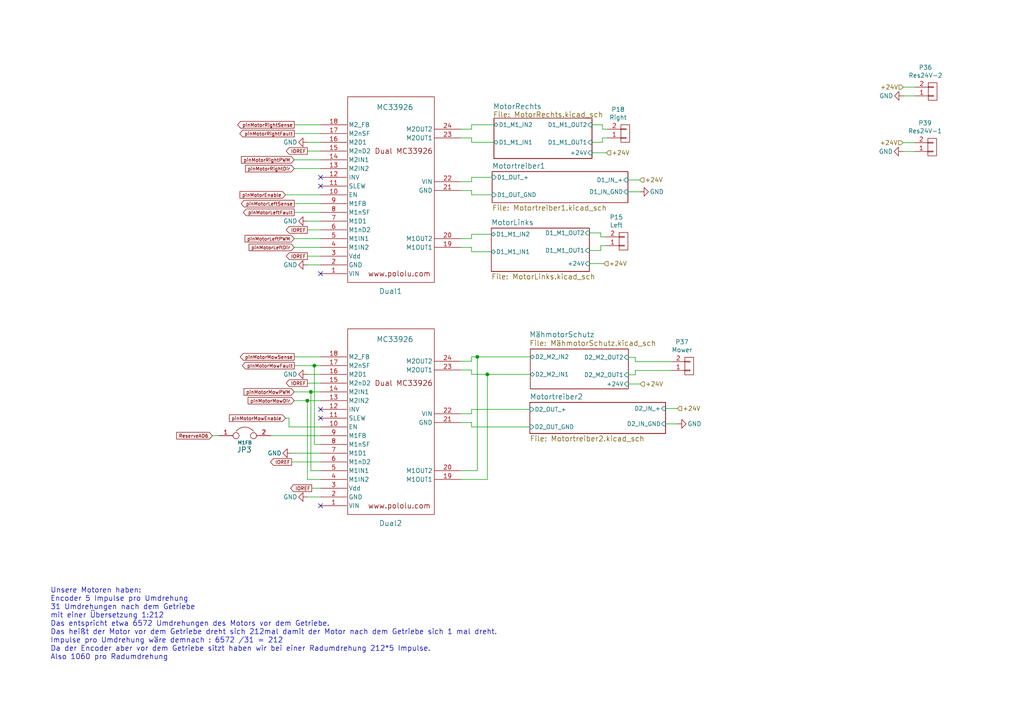
<source format=kicad_sch>
(kicad_sch (version 20210406) (generator eeschema)
  (paper "A4")
  (title_block (title "Ardumower shield SVN Version") (date "2021-01-18") (rev "1.4") (company "ML AG JL BS UZ") (comment 1 "Schaltplan und Layout UweZ"))
  (lib_symbols
    (symbol "ardumower-mega-shield-svn-rescue:CONN_01X02-RESCUE-ardumower_mega_shield_svn" (pin_names hide)
      (property "Reference" "J" (at 0 3.81 0))
      (property "Value" "CONN_01X02-RESCUE-ardumower_mega_shield_svn" (at 2.54 0 90))
      (symbol "CONN_01X02-RESCUE-ardumower_mega_shield_svn_0_1"
        (rectangle (start -1.27 -1.143) (end 0.254 -1.397))
        (rectangle (start -1.27 1.397) (end 0.254 1.143))
        (rectangle (start -1.27 2.54) (end 1.27 -2.54))
      )
      (symbol "CONN_01X02-RESCUE-ardumower_mega_shield_svn_1_1"
        (pin passive line (at -5.08 1.27 0) (length 3.81) (name "P1") (number "1"))
        (pin passive line (at -5.08 -1.27 0) (length 3.81) (name "P2") (number "2"))
      )
    )
    (symbol "ardumower-mega-shield-svn-rescue:GND-RESCUE-ardumower_mega_shield_svn" (power) (pin_names (offset 0))
      (property "Value" "GND-RESCUE-ardumower_mega_shield_svn" (at 0 -3.81 0))
      (symbol "GND-RESCUE-ardumower_mega_shield_svn_0_1"
        (polyline (pts (xy 0 0) (xy 0 -1.27) (xy 1.27 -1.27) (xy 0 -2.54) (xy -1.27 -1.27) (xy 0 -1.27)))
      )
      (symbol "GND-RESCUE-ardumower_mega_shield_svn_1_1"
        (pin power_in line (at 0 0 270) (length 0) hide (name "GND") (number "1"))
      )
    )
    (symbol "ardumower-mega-shield-svn-rescue:Jumper-RESCUE-ardumower_mega_shield_svn" (pin_names (offset 0.762) hide)
      (property "Reference" "JP" (at 0 3.81 0))
      (property "Value" "Jumper-RESCUE-ardumower_mega_shield_svn" (at 0 -2.032 0))
      (symbol "Jumper-RESCUE-ardumower_mega_shield_svn_0_1"
        (arc (start -2.4892 1.27) (end 2.5146 1.27) (radius (at 0 -0.6604) (length 3.175) (angles 142.6 37.3)))
        (circle (center -2.54 0) (radius 0.889))
        (circle (center 2.54 0) (radius 0.889))
        (pin passive line (at -7.62 0 0) (length 4.191) (name "1") (number "1"))
        (pin passive line (at 7.62 0 180) (length 4.191) (name "2") (number "2"))
      )
    )
    (symbol "ardumower-mega-shield-svn-rescue:MC33926-RESCUE-ardumower_mega_shield_svn"
      (property "Reference" "U" (at -1.27 -24.13 0))
      (property "Value" "MC33926-RESCUE-ardumower_mega_shield_svn" (at -0.762 27.94 0))
      (symbol "MC33926-RESCUE-ardumower_mega_shield_svn_0_0"
        (text "Dual MC33926" (at 2.54 16.51 0) (effects (font (size 1.524 1.524))))
        (text "www.pololu.com" (at 1.27 -19.05 0) (effects (font (size 1.524 1.524))))
      )
      (symbol "MC33926-RESCUE-ardumower_mega_shield_svn_0_1"
        (rectangle (start -13.716 32.258) (end 11.43 -21.59))
      )
      (symbol "MC33926-RESCUE-ardumower_mega_shield_svn_1_1"
        (pin input line (at -21.59 -19.05 0) (length 7.62) (name "VIN") (number "1"))
        (pin input line (at -21.59 3.81 0) (length 7.62) (name "EN") (number "10"))
        (pin input line (at -21.59 6.35 0) (length 7.62) (name "SLEW") (number "11"))
        (pin input line (at -21.59 8.89 0) (length 7.62) (name "INV") (number "12"))
        (pin input line (at -21.59 11.43 0) (length 7.62) (name "M2IN2") (number "13"))
        (pin input line (at -21.59 13.97 0) (length 7.62) (name "M2IN1") (number "14"))
        (pin input line (at -21.59 16.51 0) (length 7.62) (name "M2nD2") (number "15"))
        (pin input line (at -21.59 19.05 0) (length 7.62) (name "M2D1") (number "16"))
        (pin input line (at -21.59 21.59 0) (length 7.62) (name "M2nSF") (number "17"))
        (pin input line (at -21.59 24.13 0) (length 7.62) (name "M2_FB") (number "18"))
        (pin input line (at 19.05 -11.43 180) (length 7.62) (name "M1OUT1") (number "19"))
        (pin input line (at -21.59 -16.51 0) (length 7.62) (name "GND") (number "2"))
        (pin input line (at 19.05 -8.89 180) (length 7.62) (name "M1OUT2") (number "20"))
        (pin input line (at 19.05 5.08 180) (length 7.62) (name "GND") (number "21"))
        (pin input line (at 19.05 7.62 180) (length 7.62) (name "VIN") (number "22"))
        (pin input line (at 19.05 20.32 180) (length 7.62) (name "M2OUT1") (number "23"))
        (pin input line (at 19.05 22.86 180) (length 7.62) (name "M2OUT2") (number "24"))
        (pin input line (at -21.59 -13.97 0) (length 7.62) (name "Vdd") (number "3"))
        (pin input line (at -21.59 -11.43 0) (length 7.62) (name "M1IN2") (number "4"))
        (pin input line (at -21.59 -8.89 0) (length 7.62) (name "M1IN1") (number "5"))
        (pin input line (at -21.59 -6.35 0) (length 7.62) (name "M1nD2") (number "6"))
        (pin input line (at -21.59 -3.81 0) (length 7.62) (name "M1D1") (number "7"))
        (pin input line (at -21.59 -1.27 0) (length 7.62) (name "M1nSF") (number "8"))
        (pin input line (at -21.59 1.27 0) (length 7.62) (name "M1FB") (number "9"))
      )
    )
  )
  (junction (at 89.154 116.205) (diameter 0.9144))
  (junction (at 90.17 113.665) (diameter 0.9144))
  (junction (at 91.186 106.045) (diameter 0.9144))
  (junction (at 138.43 103.505) (diameter 0.9144))
  (junction (at 141.351 108.585) (diameter 0.9144))
  (no_connect (at 92.964 51.435))
  (no_connect (at 92.964 53.975))
  (no_connect (at 92.964 79.375))
  (no_connect (at 92.964 118.745))
  (no_connect (at 92.964 121.285))
  (no_connect (at 92.964 146.685))
  (wire (pts (xy 63.373 126.365) (xy 61.595 126.365)))
  (wire (pts (xy 78.613 126.365) (xy 92.964 126.365)))
  (wire (pts (xy 82.804 56.515) (xy 92.964 56.515)))
  (wire (pts (xy 83.82 121.285) (xy 82.804 121.285)))
  (wire (pts (xy 83.82 123.825) (xy 83.82 121.285)))
  (wire (pts (xy 83.82 123.825) (xy 92.964 123.825)))
  (wire (pts (xy 84.582 131.445) (xy 92.964 131.445)))
  (wire (pts (xy 85.344 36.195) (xy 92.964 36.195)))
  (wire (pts (xy 85.344 38.735) (xy 92.964 38.735)))
  (wire (pts (xy 85.344 46.355) (xy 92.964 46.355)))
  (wire (pts (xy 85.344 48.895) (xy 92.964 48.895)))
  (wire (pts (xy 85.344 59.055) (xy 92.964 59.055)))
  (wire (pts (xy 85.344 61.595) (xy 92.964 61.595)))
  (wire (pts (xy 85.344 69.215) (xy 92.964 69.215)))
  (wire (pts (xy 85.344 71.755) (xy 92.964 71.755)))
  (wire (pts (xy 85.344 103.505) (xy 92.964 103.505)))
  (wire (pts (xy 85.344 106.045) (xy 91.186 106.045)))
  (wire (pts (xy 85.344 113.665) (xy 90.17 113.665)))
  (wire (pts (xy 85.344 116.205) (xy 89.154 116.205)))
  (wire (pts (xy 89.154 41.275) (xy 92.964 41.275)))
  (wire (pts (xy 89.154 43.815) (xy 92.964 43.815)))
  (wire (pts (xy 89.154 74.295) (xy 92.964 74.295)))
  (wire (pts (xy 89.154 76.835) (xy 92.964 76.835)))
  (wire (pts (xy 89.154 108.585) (xy 92.964 108.585)))
  (wire (pts (xy 89.154 116.205) (xy 89.154 139.065)))
  (wire (pts (xy 89.154 116.205) (xy 92.964 116.205)))
  (wire (pts (xy 89.154 139.065) (xy 92.964 139.065)))
  (wire (pts (xy 89.154 144.145) (xy 92.964 144.145)))
  (wire (pts (xy 90.17 113.665) (xy 92.964 113.665)))
  (wire (pts (xy 90.17 136.525) (xy 90.17 113.665)))
  (wire (pts (xy 91.186 106.045) (xy 92.964 106.045)))
  (wire (pts (xy 91.186 128.905) (xy 91.186 106.045)))
  (wire (pts (xy 92.964 64.135) (xy 89.154 64.135)))
  (wire (pts (xy 92.964 66.675) (xy 89.154 66.675)))
  (wire (pts (xy 92.964 111.125) (xy 89.154 111.125)))
  (wire (pts (xy 92.964 128.905) (xy 91.186 128.905)))
  (wire (pts (xy 92.964 133.985) (xy 84.582 133.985)))
  (wire (pts (xy 92.964 136.525) (xy 90.17 136.525)))
  (wire (pts (xy 92.964 141.605) (xy 90.424 141.605)))
  (wire (pts (xy 133.604 136.525) (xy 138.43 136.525)))
  (wire (pts (xy 133.604 139.065) (xy 141.351 139.065)))
  (wire (pts (xy 136.779 36.195) (xy 136.779 37.465)))
  (wire (pts (xy 136.779 36.195) (xy 143.256 36.195)))
  (wire (pts (xy 136.779 37.465) (xy 133.604 37.465)))
  (wire (pts (xy 136.779 40.005) (xy 133.604 40.005)))
  (wire (pts (xy 136.779 41.275) (xy 136.779 40.005)))
  (wire (pts (xy 136.779 41.275) (xy 143.256 41.275)))
  (wire (pts (xy 136.779 51.435) (xy 142.748 51.435)))
  (wire (pts (xy 136.779 52.705) (xy 133.604 52.705)))
  (wire (pts (xy 136.779 52.705) (xy 136.779 51.435)))
  (wire (pts (xy 136.779 55.245) (xy 133.604 55.245)))
  (wire (pts (xy 136.779 55.245) (xy 136.779 56.515)))
  (wire (pts (xy 136.779 56.515) (xy 142.748 56.515)))
  (wire (pts (xy 136.779 67.945) (xy 136.779 69.215)))
  (wire (pts (xy 136.779 67.945) (xy 142.494 67.945)))
  (wire (pts (xy 136.779 69.215) (xy 133.604 69.215)))
  (wire (pts (xy 136.779 71.755) (xy 133.604 71.755)))
  (wire (pts (xy 136.779 73.025) (xy 136.779 71.755)))
  (wire (pts (xy 136.779 73.025) (xy 142.494 73.025)))
  (wire (pts (xy 136.779 103.505) (xy 136.779 104.775)))
  (wire (pts (xy 136.779 103.505) (xy 138.43 103.505)))
  (wire (pts (xy 136.779 104.775) (xy 133.604 104.775)))
  (wire (pts (xy 136.779 107.315) (xy 133.604 107.315)))
  (wire (pts (xy 136.779 108.585) (xy 136.779 107.315)))
  (wire (pts (xy 136.779 108.585) (xy 141.351 108.585)))
  (wire (pts (xy 136.779 118.745) (xy 153.67 118.745)))
  (wire (pts (xy 136.779 120.015) (xy 133.604 120.015)))
  (wire (pts (xy 136.779 120.015) (xy 136.779 118.745)))
  (wire (pts (xy 136.779 122.555) (xy 133.604 122.555)))
  (wire (pts (xy 136.779 122.555) (xy 136.779 123.825)))
  (wire (pts (xy 136.779 123.825) (xy 153.67 123.825)))
  (wire (pts (xy 138.43 103.505) (xy 153.797 103.505)))
  (wire (pts (xy 138.43 136.525) (xy 138.43 103.505)))
  (wire (pts (xy 141.351 108.585) (xy 153.797 108.585)))
  (wire (pts (xy 141.351 139.065) (xy 141.351 108.585)))
  (wire (pts (xy 174.244 67.564) (xy 170.942 67.564)))
  (wire (pts (xy 174.244 67.564) (xy 174.244 68.707)))
  (wire (pts (xy 174.244 68.707) (xy 175.768 68.707)))
  (wire (pts (xy 174.244 71.247) (xy 175.768 71.247)))
  (wire (pts (xy 174.244 72.644) (xy 170.942 72.644)))
  (wire (pts (xy 174.244 72.644) (xy 174.244 71.247)))
  (wire (pts (xy 174.752 36.195) (xy 171.704 36.195)))
  (wire (pts (xy 174.752 36.195) (xy 174.752 37.465)))
  (wire (pts (xy 174.752 37.465) (xy 176.276 37.465)))
  (wire (pts (xy 174.752 40.005) (xy 176.276 40.005)))
  (wire (pts (xy 174.752 41.275) (xy 171.704 41.275)))
  (wire (pts (xy 174.752 41.275) (xy 174.752 40.005)))
  (wire (pts (xy 175.133 76.454) (xy 170.942 76.454)))
  (wire (pts (xy 175.895 44.323) (xy 171.704 44.323)))
  (wire (pts (xy 182.118 52.197) (xy 185.547 52.197)))
  (wire (pts (xy 182.118 55.626) (xy 185.547 55.626)))
  (wire (pts (xy 182.245 111.379) (xy 185.674 111.379)))
  (wire (pts (xy 184.277 103.632) (xy 182.245 103.632)))
  (wire (pts (xy 184.277 103.632) (xy 184.277 104.902)))
  (wire (pts (xy 184.277 107.442) (xy 184.277 108.712)))
  (wire (pts (xy 184.277 108.712) (xy 182.245 108.712)))
  (wire (pts (xy 193.04 118.491) (xy 196.469 118.491)))
  (wire (pts (xy 193.04 122.936) (xy 196.469 122.936)))
  (wire (pts (xy 194.818 104.902) (xy 184.277 104.902)))
  (wire (pts (xy 194.818 107.442) (xy 184.277 107.442)))
  (wire (pts (xy 265.303 41.402) (xy 261.874 41.402)))
  (wire (pts (xy 265.303 43.942) (xy 261.874 43.942)))
  (wire (pts (xy 265.43 25.273) (xy 262.001 25.273)))
  (wire (pts (xy 265.43 27.813) (xy 262.001 27.813)))
  (text "https://www.schukat.com/schukat/schukat_cms_de.nsf/index/CMSDF15D356B046D53BC1256D550038A9E0?OpenDocument&wg=V3672&refDoc=CMS12B13E45BB196811C1257A6A002C97CA\n\nhttps://www.infineon.com/cms/packages/SMD_-_Surface_Mounted_Devices/P-PG-TO252/P-PG-TO252-03-023.html?__locale=de_AT" (at 2.54 232.537 0) (effects (font (size 1.524 1.524)) (justify left bottom)))
  (text "Unsere Motoren haben:\nEncoder 5 Impulse pro Umdrehung\n31 Umdrehungen nach dem Getriebe\nmit einer Übersetzung 1:212\nDas entspricht etwa 6572 Umdrehungen des Motors vor dem Getriebe.\nDas heißt der Motor vor dem Getriebe dreht sich 212mal damit der Motor nach dem Getriebe sich 1 mal dreht.\nImpulse pro Umdrehung wäre demnach : 6572 /31 = 212\nDa der Encoder aber vor dem Getriebe sitzt haben wir bei einer Radumdrehung 212*5 Impulse.\nAlso 1060 pro Radumdrehung" (at 14.605 191.516 0) (effects (font (size 1.5 1.5)) (justify left bottom)))
  (global_label "ReserveAD6" (shape input) (at 61.595 126.365 180) (effects (font (size 0.9906 0.9906))) (property "Intersheet References" "${INTERSHEET_REFS}" (effects hide)))
  (global_label "pinMotorEnable" (shape input) (at 82.804 56.515 180) (effects (font (size 0.9906 0.9906))) (property "Intersheet References" "${INTERSHEET_REFS}" (effects hide)))
  (global_label "pinMotorMowEnable" (shape input) (at 82.804 121.285 180) (effects (font (size 0.9906 0.9906))) (property "Intersheet References" "${INTERSHEET_REFS}" (effects hide)))
  (global_label "IOREF" (shape output) (at 84.582 133.985 180) (effects (font (size 0.9906 0.9906))) (property "Intersheet References" "${INTERSHEET_REFS}" (effects hide)))
  (global_label "pinMotorRightSense" (shape output) (at 85.344 36.195 180) (effects (font (size 0.9906 0.9906))) (property "Intersheet References" "${INTERSHEET_REFS}" (effects hide)))
  (global_label "pinMotorRightFault" (shape output) (at 85.344 38.735 180) (effects (font (size 0.9906 0.9906))) (property "Intersheet References" "${INTERSHEET_REFS}" (effects hide)))
  (global_label "pinMotorRightPWM" (shape input) (at 85.344 46.355 180) (effects (font (size 0.9906 0.9906))) (property "Intersheet References" "${INTERSHEET_REFS}" (effects hide)))
  (global_label "pinMotorRightDir" (shape input) (at 85.344 48.895 180) (effects (font (size 0.9906 0.9906))) (property "Intersheet References" "${INTERSHEET_REFS}" (effects hide)))
  (global_label "pinMotorLeftSense" (shape output) (at 85.344 59.055 180) (effects (font (size 0.9906 0.9906))) (property "Intersheet References" "${INTERSHEET_REFS}" (effects hide)))
  (global_label "pinMotorLeftFault" (shape output) (at 85.344 61.595 180) (effects (font (size 0.9906 0.9906))) (property "Intersheet References" "${INTERSHEET_REFS}" (effects hide)))
  (global_label "pinMotorLeftPWM" (shape input) (at 85.344 69.215 180) (effects (font (size 0.9906 0.9906))) (property "Intersheet References" "${INTERSHEET_REFS}" (effects hide)))
  (global_label "pinMotorLeftDir" (shape input) (at 85.344 71.755 180) (effects (font (size 0.9906 0.9906))) (property "Intersheet References" "${INTERSHEET_REFS}" (effects hide)))
  (global_label "pinMotorMowSense" (shape output) (at 85.344 103.505 180) (effects (font (size 0.9906 0.9906))) (property "Intersheet References" "${INTERSHEET_REFS}" (effects hide)))
  (global_label "pinMotorMowFault" (shape output) (at 85.344 106.045 180) (effects (font (size 0.9906 0.9906))) (property "Intersheet References" "${INTERSHEET_REFS}" (effects hide)))
  (global_label "pinMotorMowPWM" (shape input) (at 85.344 113.665 180) (effects (font (size 0.9906 0.9906))) (property "Intersheet References" "${INTERSHEET_REFS}" (effects hide)))
  (global_label "pinMotorMowDir" (shape input) (at 85.344 116.205 180) (effects (font (size 0.9906 0.9906))) (property "Intersheet References" "${INTERSHEET_REFS}" (effects hide)))
  (global_label "IOREF" (shape output) (at 89.154 43.815 180) (effects (font (size 0.9906 0.9906))) (property "Intersheet References" "${INTERSHEET_REFS}" (effects hide)))
  (global_label "IOREF" (shape output) (at 89.154 66.675 180) (effects (font (size 0.9906 0.9906))) (property "Intersheet References" "${INTERSHEET_REFS}" (effects hide)))
  (global_label "IOREF" (shape output) (at 89.154 74.295 180) (effects (font (size 0.9906 0.9906))) (property "Intersheet References" "${INTERSHEET_REFS}" (effects hide)))
  (global_label "IOREF" (shape output) (at 89.154 111.125 180) (effects (font (size 0.9906 0.9906))) (property "Intersheet References" "${INTERSHEET_REFS}" (effects hide)))
  (global_label "IOREF" (shape output) (at 90.424 141.605 180) (effects (font (size 0.9906 0.9906))) (property "Intersheet References" "${INTERSHEET_REFS}" (effects hide)))
  (hierarchical_label "+24V" (shape input) (at 175.133 76.454 0))
  (hierarchical_label "+24V" (shape input) (at 175.895 44.323 0))
  (hierarchical_label "+24V" (shape input) (at 185.547 52.197 0))
  (hierarchical_label "+24V" (shape input) (at 185.674 111.379 0))
  (hierarchical_label "+24V" (shape input) (at 196.469 118.491 0))
  (hierarchical_label "+24V" (shape input) (at 261.874 41.402 180))
  (hierarchical_label "+24V" (shape input) (at 262.001 25.273 180))
  (symbol (lib_id "ardumower-mega-shield-svn-rescue:GND-RESCUE-ardumower_mega_shield_svn") (at 84.582 131.445 270) (mirror x) (unit 1)
    (property "Reference" "#PWR018" (effects hide))
    (property "Value" "GND" (at 79.629 131.445 90))
  )
  (symbol (lib_id "ardumower-mega-shield-svn-rescue:GND-RESCUE-ardumower_mega_shield_svn") (at 89.154 41.275 270) (mirror x) (unit 1)
    (property "Reference" "#PWR016" (effects hide))
    (property "Value" "GND" (at 84.201 41.275 90))
  )
  (symbol (lib_id "ardumower-mega-shield-svn-rescue:GND-RESCUE-ardumower_mega_shield_svn") (at 89.154 64.135 270) (mirror x) (unit 1)
    (property "Reference" "#PWR015" (effects hide))
    (property "Value" "GND" (at 84.201 64.135 90))
  )
  (symbol (lib_id "ardumower-mega-shield-svn-rescue:GND-RESCUE-ardumower_mega_shield_svn") (at 89.154 76.835 270) (mirror x) (unit 1)
    (property "Reference" "#PWR014" (effects hide))
    (property "Value" "GND" (at 84.201 76.835 90))
  )
  (symbol (lib_id "ardumower-mega-shield-svn-rescue:GND-RESCUE-ardumower_mega_shield_svn") (at 89.154 108.585 270) (mirror x) (unit 1)
    (property "Reference" "#PWR017" (effects hide))
    (property "Value" "GND" (at 84.201 108.585 90))
  )
  (symbol (lib_id "ardumower-mega-shield-svn-rescue:GND-RESCUE-ardumower_mega_shield_svn") (at 89.154 144.145 270) (mirror x) (unit 1)
    (property "Reference" "#PWR019" (effects hide))
    (property "Value" "GND" (at 84.201 144.145 90))
  )
  (symbol (lib_id "ardumower-mega-shield-svn-rescue:GND-RESCUE-ardumower_mega_shield_svn") (at 185.547 55.626 90) (unit 1)
    (property "Reference" "#PWR013" (effects hide))
    (property "Value" "GND" (at 190.5 55.626 90))
  )
  (symbol (lib_id "ardumower-mega-shield-svn-rescue:GND-RESCUE-ardumower_mega_shield_svn") (at 196.469 122.936 90) (unit 1)
    (property "Reference" "#PWR020" (effects hide))
    (property "Value" "GND" (at 201.422 122.936 90))
  )
  (symbol (lib_id "ardumower-mega-shield-svn-rescue:GND-RESCUE-ardumower_mega_shield_svn") (at 261.874 43.942 270) (mirror x) (unit 1)
    (property "Reference" "#PWR021" (effects hide))
    (property "Value" "GND" (at 256.921 43.942 90))
  )
  (symbol (lib_id "ardumower-mega-shield-svn-rescue:GND-RESCUE-ardumower_mega_shield_svn") (at 262.001 27.813 270) (mirror x) (unit 1)
    (property "Reference" "#PWR022" (effects hide))
    (property "Value" "GND" (at 257.048 27.813 90))
  )
  (symbol (lib_id "ardumower-mega-shield-svn-rescue:CONN_01X02-RESCUE-ardumower_mega_shield_svn") (at 180.848 69.977 0) (mirror x) (unit 1)
    (property "Reference" "P15" (at 178.7652 62.992 0))
    (property "Value" "Left" (at 178.7652 65.3034 0))
    (property "Footprint" "Terminal_Blocks:TerminalBlock_Pheonix_MKDS1.5-2pol" (effects hide))
    (property "Bestellnummer" "Value" (effects hide))
    (property "Bestücken (Assemble)" "NEIN (NO)" (effects hide))
  )
  (symbol (lib_id "ardumower-mega-shield-svn-rescue:CONN_01X02-RESCUE-ardumower_mega_shield_svn") (at 181.356 38.735 0) (mirror x) (unit 1)
    (property "Reference" "P18" (at 179.2732 31.75 0))
    (property "Value" "Right" (at 179.2732 34.0614 0))
    (property "Footprint" "Terminal_Blocks:TerminalBlock_Pheonix_MKDS1.5-2pol" (effects hide))
    (property "Bestellnummer" "Value" (effects hide))
    (property "Hersteller" "Value" (effects hide))
    (property "Hersteller Bestellnummer" "Value" (effects hide))
    (property "Bestücken (Assemble)" "NEIN (NO)" (effects hide))
  )
  (symbol (lib_id "ardumower-mega-shield-svn-rescue:CONN_01X02-RESCUE-ardumower_mega_shield_svn") (at 199.898 106.172 0) (mirror x) (unit 1)
    (property "Reference" "P37" (at 197.8152 99.187 0))
    (property "Value" "Mower" (at 197.8152 101.4984 0))
    (property "Footprint" "Zimprich:Anschlussklemme_RM5,08-RM7,62" (effects hide))
    (property "Bestellnummer" "Value" (effects hide))
    (property "Bestücken (Assemble)" "NEIN (NO)" (effects hide))
  )
  (symbol (lib_id "ardumower-mega-shield-svn-rescue:CONN_01X02-RESCUE-ardumower_mega_shield_svn") (at 270.383 42.672 0) (mirror x) (unit 1)
    (property "Reference" "P39" (at 268.3002 35.687 0))
    (property "Value" "Res24V-1" (at 268.3002 37.9984 0))
    (property "Footprint" "Terminal_Blocks:TerminalBlock_Pheonix_MKDS1.5-2pol" (effects hide))
    (property "Bestellnummer" "Value" (effects hide))
    (property "Bestücken (Assemble)" "NEIN (NO)" (effects hide))
  )
  (symbol (lib_id "ardumower-mega-shield-svn-rescue:CONN_01X02-RESCUE-ardumower_mega_shield_svn") (at 270.51 26.543 0) (mirror x) (unit 1)
    (property "Reference" "P36" (at 268.4272 19.558 0))
    (property "Value" "Res24V-2" (at 268.4272 21.8694 0))
    (property "Footprint" "Terminal_Blocks:TerminalBlock_Pheonix_MKDS1.5-2pol" (effects hide))
    (property "Bestellnummer" "Value" (effects hide))
    (property "Bestücken (Assemble)" "NEIN (NO)" (effects hide))
  )
  (symbol (lib_id "ardumower-mega-shield-svn-rescue:Jumper-RESCUE-ardumower_mega_shield_svn") (at 70.993 126.365 0) (unit 1)
    (property "Reference" "JP3" (at 70.866 130.429 0) (effects (font (size 1.524 1.524))))
    (property "Value" "M1FB" (at 70.993 128.397 0) (effects (font (size 1.016 1.016))))
    (property "Footprint" "Zimprich:SJ" (effects hide))
    (property "Bestücken (Assemble)" "NEIN (NO)" (effects hide))
  )
  (symbol (lib_id "ardumower-mega-shield-svn-rescue:MC33926-RESCUE-ardumower_mega_shield_svn") (at 114.554 60.325 0) (unit 1)
    (property "Reference" "Dual1" (at 113.284 84.455 0) (effects (font (size 1.524 1.524))))
    (property "Value" "MC33926" (at 114.554 31.115 0) (effects (font (size 1.524 1.524))))
    (property "Footprint" "Zimprich:MC_33926_31polig_mit_Bohrloch_neue_Masse_mit_zweite_Lochreihe" (effects hide))
    (property "Bestelllink" "Value" (effects hide))
    (property "Bestücken (Assemble)" "NEIN (NO)" (effects hide))
  )
  (symbol (lib_id "ardumower-mega-shield-svn-rescue:MC33926-RESCUE-ardumower_mega_shield_svn") (at 114.554 127.635 0) (unit 1)
    (property "Reference" "Dual2" (at 113.284 151.765 0) (effects (font (size 1.524 1.524))))
    (property "Value" "MC33926" (at 114.554 98.425 0) (effects (font (size 1.524 1.524))))
    (property "Footprint" "Zimprich:MC_33926_31polig_mit_Bohrloch_neue_Masse_mit_zweite_Lochreihe" (effects hide))
    (property "Bestelllink" "Value" (effects hide))
    (property "Bestücken (Assemble)" "NEIN (NO)" (effects hide))
  )
  (sheet (at 142.494 66.167) (size 28.448 12.573)
    (property "Schaltplanname" "MotorLinks" (at 142.494 65.4045 0) (effects (font (size 1.524 1.524)) (justify left bottom)))
    (property "Dateiname Blatt" "MotorLinks.kicad_sch" (at 142.494 79.3501 0) (effects (font (size 1.524 1.524)) (justify left top)))
    (pin "D1_M1_IN1" bidirectional (at 142.494 73.025 180) (effects (font (size 1.2 1.2))))
    (pin "D1_M1_IN2" bidirectional (at 142.494 67.945 180) (effects (font (size 1.2 1.2))))
    (pin "D1_M1_OUT1" input (at 170.942 72.644 0) (effects (font (size 1.2 1.2))))
    (pin "D1_M1_OUT2" input (at 170.942 67.564 0) (effects (font (size 1.2 1.2))))
    (pin "+24V" input (at 170.942 76.454 0) (effects (font (size 1.2 1.2))))
  )
  (sheet (at 143.256 34.29) (size 28.448 11.684)
    (property "Schaltplanname" "MotorRechts" (at 143.002 31.7495 0) (effects (font (size 1.524 1.524)) (justify left bottom)))
    (property "Dateiname Blatt" "MotorRechts.kicad_sch" (at 143.002 32.3601 0) (effects (font (size 1.524 1.524)) (justify left top)))
    (pin "D1_M1_IN1" bidirectional (at 143.256 41.275 180) (effects (font (size 1.2 1.2))))
    (pin "D1_M1_IN2" bidirectional (at 143.256 36.195 180) (effects (font (size 1.2 1.2))))
    (pin "D1_M1_OUT1" input (at 171.704 41.275 0) (effects (font (size 1.2 1.2))))
    (pin "D1_M1_OUT2" input (at 171.704 36.195 0) (effects (font (size 1.2 1.2))))
    (pin "+24V" input (at 171.704 44.323 0) (effects (font (size 1.2 1.2))))
  )
  (sheet (at 142.748 49.784) (size 39.37 9.017)
    (property "Schaltplanname" "Motortreiber1" (at 142.748 49.0215 0) (effects (font (size 1.524 1.524)) (justify left bottom)))
    (property "Dateiname Blatt" "Motortreiber1.kicad_sch" (at 142.748 59.4111 0) (effects (font (size 1.524 1.524)) (justify left top)))
    (pin "D1_IN_+" input (at 182.118 52.197 0) (effects (font (size 1.2 1.2))))
    (pin "D1_IN_GND" input (at 182.118 55.626 0) (effects (font (size 1.2 1.2))))
    (pin "D1_OUT_+" input (at 142.748 51.435 180) (effects (font (size 1.2 1.2))))
    (pin "D1_OUT_GND" input (at 142.748 56.515 180) (effects (font (size 1.2 1.2))))
  )
  (sheet (at 153.67 116.713) (size 39.37 9.017)
    (property "Schaltplanname" "Motortreiber2" (at 153.67 115.9505 0) (effects (font (size 1.524 1.524)) (justify left bottom)))
    (property "Dateiname Blatt" "Motortreiber2.kicad_sch" (at 153.67 126.3401 0) (effects (font (size 1.524 1.524)) (justify left top)))
    (pin "D2_IN_+" input (at 193.04 118.491 0) (effects (font (size 1.2 1.2))))
    (pin "D2_IN_GND" input (at 193.04 122.936 0) (effects (font (size 1.2 1.2))))
    (pin "D2_OUT_+" input (at 153.67 118.745 180) (effects (font (size 1.2 1.2))))
    (pin "D2_OUT_GND" input (at 153.67 123.825 180) (effects (font (size 1.2 1.2))))
  )
  (sheet (at 153.797 101.219) (size 28.448 11.557)
    (property "Schaltplanname" "MähmotorSchutz" (at 153.543 97.9165 0) (effects (font (size 1.524 1.524)) (justify left bottom)))
    (property "Dateiname Blatt" "MähmotorSchutz.kicad_sch" (at 153.543 98.6541 0) (effects (font (size 1.524 1.524)) (justify left top)))
    (pin "D2_M2_IN1" bidirectional (at 153.797 108.585 180) (effects (font (size 1.2 1.2))))
    (pin "D2_M2_IN2" bidirectional (at 153.797 103.505 180) (effects (font (size 1.2 1.2))))
    (pin "D2_M2_OUT1" input (at 182.245 108.712 0) (effects (font (size 1.2 1.2))))
    (pin "D2_M2_OUT2" input (at 182.245 103.632 0) (effects (font (size 1.2 1.2))))
    (pin "+24V" input (at 182.245 111.379 0) (effects (font (size 1.2 1.2))))
  )
)
</source>
